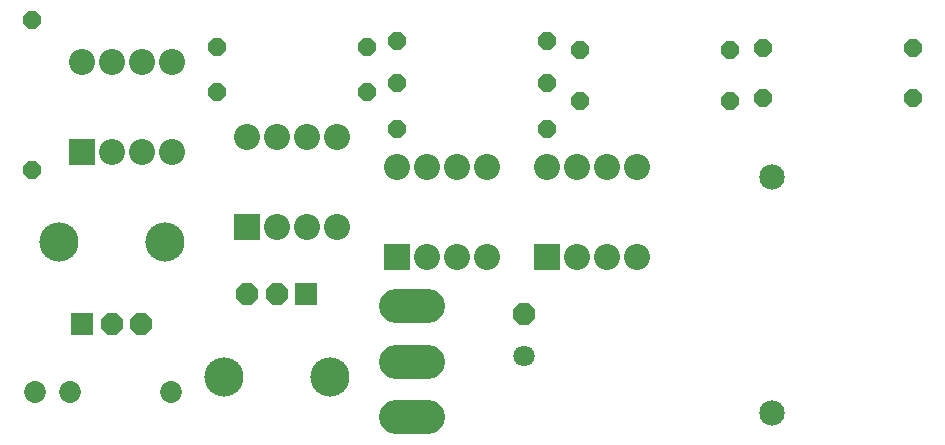
<source format=gbr>
G04 EAGLE Gerber RS-274X export*
G75*
%MOMM*%
%FSLAX34Y34*%
%LPD*%
%INSoldermask Bottom*%
%IPPOS*%
%AMOC8*
5,1,8,0,0,1.08239X$1,22.5*%
G01*
%ADD10C,2.153200*%
%ADD11P,1.951982X8X112.500000*%
%ADD12C,1.803400*%
%ADD13P,1.649562X8X292.500000*%
%ADD14R,2.203200X2.203200*%
%ADD15C,2.203200*%
%ADD16C,1.853200*%
%ADD17R,1.853200X1.853200*%
%ADD18P,2.005885X8X112.500000*%
%ADD19C,3.319200*%
%ADD20C,2.908300*%
%ADD21P,1.649562X8X202.500000*%
%ADD22P,1.649562X8X22.500000*%
%ADD23P,2.005885X8X292.500000*%


D10*
X660400Y32800D03*
X660400Y232800D03*
D11*
X450850Y116840D03*
D12*
X450850Y81280D03*
D13*
X34290Y365760D03*
X34290Y238760D03*
D14*
X76200Y254000D03*
D15*
X101600Y254000D03*
X127000Y254000D03*
X152400Y254000D03*
X152400Y330200D03*
X127000Y330200D03*
X101600Y330200D03*
X76200Y330200D03*
D16*
X151600Y50800D03*
X66600Y50800D03*
X36600Y50800D03*
D17*
X266300Y133500D03*
D18*
X241300Y133500D03*
X216300Y133500D03*
D19*
X196300Y63500D03*
X286300Y63500D03*
D20*
X342075Y29210D02*
X369126Y29210D01*
X369126Y76200D02*
X342075Y76200D01*
X342075Y123190D02*
X369126Y123190D01*
D21*
X317500Y342900D03*
X190500Y342900D03*
D14*
X215900Y190500D03*
D15*
X241300Y190500D03*
X266700Y190500D03*
X292100Y190500D03*
X292100Y266700D03*
X266700Y266700D03*
X241300Y266700D03*
X215900Y266700D03*
D22*
X190500Y304800D03*
X317500Y304800D03*
X342900Y273050D03*
X469900Y273050D03*
D14*
X342900Y165100D03*
D15*
X368300Y165100D03*
X393700Y165100D03*
X419100Y165100D03*
X419100Y241300D03*
X393700Y241300D03*
X368300Y241300D03*
X342900Y241300D03*
D22*
X342900Y312420D03*
X469900Y312420D03*
X342900Y347980D03*
X469900Y347980D03*
X652780Y299720D03*
X779780Y299720D03*
D14*
X469900Y165100D03*
D15*
X495300Y165100D03*
X520700Y165100D03*
X546100Y165100D03*
X546100Y241300D03*
X520700Y241300D03*
X495300Y241300D03*
X469900Y241300D03*
D22*
X652780Y341630D03*
X779780Y341630D03*
X497840Y297180D03*
X624840Y297180D03*
D21*
X624840Y340360D03*
X497840Y340360D03*
D17*
X76600Y107800D03*
D23*
X101600Y107800D03*
X126600Y107800D03*
D19*
X146600Y177800D03*
X56600Y177800D03*
M02*

</source>
